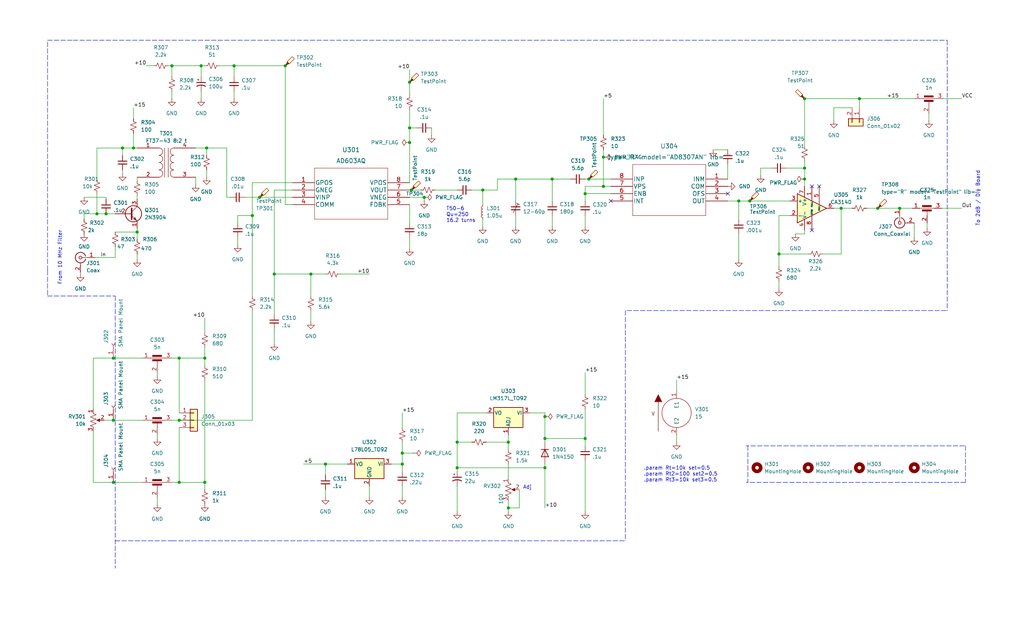
<source format=kicad_sch>
(kicad_sch (version 20211123) (generator eeschema)
  (paper "USLegal")
  (title_block (title "Spectrum Analyzer IF and Log Amp") (date "2022-07-18") (rev "1.0") (company "Andy McCann KA3KAF and Doug McCann KA3KAG") (comment 2 "Wes Hayward W7ZOI") (comment 3 "Original Design By:"))
  (junction (at 279.4 62.23))
  (junction (at 39.37 124.46))
  (junction (at 209.55 64.77))
  (junction (at 191.77 62.23))
  (junction (at 62.23 146.05))
  (junction (at 209.55 54.61))
  (junction (at 189.23 152.4))
  (junction (at 142.24 49.53))
  (junction (at 59.69 22.86))
  (junction (at 260.35 69.85))
  (junction (at 71.12 167.64))
  (junction (at 107.95 95.25))
  (junction (at 176.53 153.67))
  (junction (at 71.12 124.46))
  (junction (at 69.85 22.86))
  (junction (at 95.25 95.25))
  (junction (at 142.24 28.575))
  (junction (at 62.23 124.46))
  (junction (at 46.355 51.435))
  (junction (at 203.2 152.4))
  (junction (at 71.755 51.435))
  (junction (at 39.37 167.64))
  (junction (at 36.83 74.295))
  (junction (at 179.07 62.23))
  (junction (at 279.4 34.29))
  (junction (at 42.545 51.435))
  (junction (at 62.23 167.64))
  (junction (at 47.625 80.645))
  (junction (at 139.7 161.29))
  (junction (at 142.24 44.45))
  (junction (at 33.655 74.295))
  (junction (at 147.32 68.58))
  (junction (at 139.7 157.48))
  (junction (at 176.53 176.53))
  (junction (at 203.2 67.31))
  (junction (at 270.51 88.265))
  (junction (at 167.64 66.04))
  (junction (at 113.03 161.29))
  (junction (at 158.75 153.67))
  (junction (at 189.23 144.78))
  (junction (at 81.28 22.86))
  (junction (at 189.23 162.56))
  (junction (at 204.47 62.23))
  (junction (at 158.75 162.56))
  (junction (at 39.37 146.05))
  (junction (at 298.45 34.29))
  (junction (at 312.42 72.39))
  (junction (at 256.54 69.85))
  (junction (at 304.8 72.39))
  (junction (at 279.4 58.42))
  (junction (at 99.06 22.86))
  (junction (at 292.1 72.39))
  (junction (at 90.17 68.58))
  (junction (at 87.63 74.93))
  (junction (at 142.875 66.04))
  (no_connect (at 252.73 67.31))
  (no_connect (at 284.48 64.77))
  (no_connect (at 281.94 64.77))
  (no_connect (at 281.94 80.01))
  (no_connect (at 212.09 69.85))
  (wire (pts (xy 295.91 37.465) (xy 289.56 37.465)))
  (wire (pts (xy 142.24 44.45) (xy 142.24 49.53)))
  (wire (pts (xy 82.55 77.47) (xy 82.55 74.93)))
  (wire (pts (xy 176.53 156.21) (xy 176.53 153.67)))
  (wire (pts (xy 71.755 51.435) (xy 67.945 51.435)))
  (wire (pts (xy 113.03 165.1) (xy 113.03 161.29)))
  (wire (pts (xy 142.24 66.04) (xy 142.875 66.04)))
  (wire (pts (xy 212.09 64.77) (xy 209.55 64.77)))
  (wire (pts (xy 62.23 148.59) (xy 62.23 167.64)))
  (wire (pts (xy 209.55 34.29) (xy 209.55 46.99)))
  (wire (pts (xy 107.95 95.25) (xy 95.25 95.25)))
  (wire (pts (xy 176.53 176.53) (xy 176.53 173.99)))
  (wire (pts (xy 142.24 71.12) (xy 142.24 77.47)))
  (wire (pts (xy 158.75 162.56) (xy 158.75 163.83)))
  (polyline (pts (xy 16.51 102.87) (xy 25.4 102.87)))
  (wire (pts (xy 176.53 153.67) (xy 176.53 151.13)))
  (wire (pts (xy 176.53 177.8) (xy 176.53 176.53)))
  (wire (pts (xy 168.91 143.51) (xy 158.75 143.51)))
  (wire (pts (xy 62.23 124.46) (xy 71.12 124.46)))
  (wire (pts (xy 203.2 142.24) (xy 203.2 152.4)))
  (wire (pts (xy 107.95 107.95) (xy 107.95 111.76)))
  (wire (pts (xy 279.4 34.29) (xy 298.45 34.29)))
  (wire (pts (xy 312.42 72.39) (xy 316.865 72.39)))
  (wire (pts (xy 189.23 144.78) (xy 189.23 152.4)))
  (wire (pts (xy 279.4 34.29) (xy 279.4 50.8)))
  (wire (pts (xy 59.69 34.29) (xy 59.69 31.75)))
  (polyline (pts (xy 308.61 107.95) (xy 217.17 107.95)))
  (wire (pts (xy 87.63 107.95) (xy 87.63 146.05)))
  (wire (pts (xy 113.03 161.29) (xy 120.65 161.29)))
  (wire (pts (xy 71.12 22.86) (xy 69.85 22.86)))
  (wire (pts (xy 29.21 74.295) (xy 33.655 74.295)))
  (polyline (pts (xy 16.51 93.98) (xy 16.51 13.97)))
  (wire (pts (xy 264.16 58.42) (xy 267.97 58.42)))
  (wire (pts (xy 179.07 62.23) (xy 191.77 62.23)))
  (wire (pts (xy 101.6 71.12) (xy 99.06 71.12)))
  (wire (pts (xy 42.545 59.055) (xy 42.545 60.325)))
  (wire (pts (xy 172.72 62.23) (xy 179.07 62.23)))
  (wire (pts (xy 47.625 61.595) (xy 47.625 62.865)))
  (polyline (pts (xy 16.51 93.98) (xy 16.51 102.87)))
  (wire (pts (xy 252.73 69.85) (xy 256.54 69.85)))
  (wire (pts (xy 69.85 26.67) (xy 69.85 22.86)))
  (wire (pts (xy 82.55 74.93) (xy 87.63 74.93)))
  (wire (pts (xy 274.32 74.93) (xy 270.51 74.93)))
  (polyline (pts (xy 328.93 13.97) (xy 328.93 107.95)))
  (wire (pts (xy 71.12 124.46) (xy 71.12 120.65)))
  (wire (pts (xy 279.4 58.42) (xy 279.4 55.88)))
  (wire (pts (xy 33.655 67.31) (xy 33.655 74.295)))
  (wire (pts (xy 139.7 161.29) (xy 139.7 157.48)))
  (wire (pts (xy 279.4 62.23) (xy 279.4 58.42)))
  (wire (pts (xy 273.05 58.42) (xy 279.4 58.42)))
  (wire (pts (xy 279.4 80.01) (xy 279.4 81.28)))
  (wire (pts (xy 209.55 52.07) (xy 209.55 54.61)))
  (wire (pts (xy 85.09 68.58) (xy 90.17 68.58)))
  (wire (pts (xy 300.99 72.39) (xy 304.8 72.39)))
  (wire (pts (xy 40.005 74.295) (xy 36.83 74.295)))
  (wire (pts (xy 260.35 69.85) (xy 274.32 69.85)))
  (wire (pts (xy 107.95 102.87) (xy 107.95 95.25)))
  (wire (pts (xy 36.83 68.58) (xy 36.83 69.215)))
  (polyline (pts (xy 25.4 13.97) (xy 270.51 13.97)))
  (wire (pts (xy 62.23 167.64) (xy 71.12 167.64)))
  (wire (pts (xy 32.385 124.46) (xy 32.385 142.24)))
  (wire (pts (xy 167.64 78.74) (xy 167.64 76.2)))
  (wire (pts (xy 292.1 72.39) (xy 289.56 72.39)))
  (wire (pts (xy 87.63 63.5) (xy 101.6 63.5)))
  (wire (pts (xy 143.51 157.48) (xy 139.7 157.48)))
  (wire (pts (xy 321.945 77.47) (xy 321.945 79.375)))
  (wire (pts (xy 139.7 157.48) (xy 139.7 153.67)))
  (wire (pts (xy 270.51 88.265) (xy 270.51 92.71)))
  (wire (pts (xy 71.12 132.08) (xy 71.12 167.64)))
  (wire (pts (xy 191.77 74.93) (xy 191.77 78.74)))
  (wire (pts (xy 144.78 44.45) (xy 142.24 44.45)))
  (wire (pts (xy 298.45 37.465) (xy 298.45 34.29)))
  (polyline (pts (xy 307.975 13.97) (xy 328.93 13.97)))
  (wire (pts (xy 252.73 62.23) (xy 252.73 57.15)))
  (polyline (pts (xy 25.4 102.87) (xy 40.005 102.87)))
  (wire (pts (xy 95.25 95.25) (xy 95.25 109.22)))
  (wire (pts (xy 203.2 64.77) (xy 203.2 67.31)))
  (wire (pts (xy 203.2 129.54) (xy 203.2 137.16)))
  (wire (pts (xy 32.385 167.64) (xy 39.37 167.64)))
  (wire (pts (xy 203.2 152.4) (xy 189.23 152.4)))
  (polyline (pts (xy 59.69 187.96) (xy 217.17 187.96)))
  (wire (pts (xy 71.12 124.46) (xy 71.12 127)))
  (wire (pts (xy 139.7 148.59) (xy 139.7 143.51)))
  (wire (pts (xy 295.91 72.39) (xy 292.1 72.39)))
  (wire (pts (xy 142.24 68.58) (xy 147.32 68.58)))
  (wire (pts (xy 69.85 34.29) (xy 69.85 31.75)))
  (wire (pts (xy 203.2 67.31) (xy 203.2 69.85)))
  (wire (pts (xy 142.24 28.575) (xy 142.24 24.13)))
  (wire (pts (xy 59.69 26.67) (xy 59.69 22.86)))
  (wire (pts (xy 99.06 22.86) (xy 81.28 22.86)))
  (wire (pts (xy 142.875 66.04) (xy 146.05 66.04)))
  (wire (pts (xy 191.77 62.23) (xy 198.12 62.23)))
  (wire (pts (xy 163.83 153.67) (xy 158.75 153.67)))
  (wire (pts (xy 33.655 74.295) (xy 36.83 74.295)))
  (wire (pts (xy 163.83 66.04) (xy 167.64 66.04)))
  (wire (pts (xy 142.24 33.02) (xy 142.24 28.575)))
  (wire (pts (xy 203.2 62.23) (xy 204.47 62.23)))
  (wire (pts (xy 289.56 37.465) (xy 289.56 41.91)))
  (wire (pts (xy 105.41 161.29) (xy 113.03 161.29)))
  (wire (pts (xy 234.95 132.08) (xy 234.95 135.89)))
  (wire (pts (xy 99.06 22.86) (xy 99.06 71.12)))
  (wire (pts (xy 62.23 146.05) (xy 87.63 146.05)))
  (wire (pts (xy 59.69 167.64) (xy 62.23 167.64)))
  (wire (pts (xy 279.4 64.77) (xy 279.4 62.23)))
  (wire (pts (xy 212.09 67.31) (xy 203.2 67.31)))
  (wire (pts (xy 189.23 162.56) (xy 189.23 161.29)))
  (wire (pts (xy 87.63 74.93) (xy 87.63 63.5)))
  (wire (pts (xy 33.655 51.435) (xy 33.655 62.23)))
  (wire (pts (xy 113.03 95.25) (xy 107.95 95.25)))
  (wire (pts (xy 189.23 143.51) (xy 189.23 144.78)))
  (wire (pts (xy 71.12 167.64) (xy 71.12 170.18)))
  (wire (pts (xy 298.45 34.29) (xy 317.5 34.29)))
  (wire (pts (xy 46.355 41.275) (xy 46.355 37.465)))
  (polyline (pts (xy 292.1 154.94) (xy 335.28 154.94)))
  (wire (pts (xy 189.23 152.4) (xy 189.23 153.67)))
  (wire (pts (xy 180.34 176.53) (xy 176.53 176.53)))
  (wire (pts (xy 149.86 44.45) (xy 149.86 46.99)))
  (polyline (pts (xy 16.51 13.97) (xy 25.4 13.97)))
  (wire (pts (xy 54.61 130.81) (xy 54.61 129.54)))
  (wire (pts (xy 327.025 72.39) (xy 334.01 72.39)))
  (wire (pts (xy 78.74 68.58) (xy 78.74 51.435)))
  (wire (pts (xy 334.01 34.29) (xy 327.66 34.29)))
  (wire (pts (xy 158.75 162.56) (xy 189.23 162.56)))
  (wire (pts (xy 189.23 162.56) (xy 189.23 176.53)))
  (wire (pts (xy 256.54 76.2) (xy 256.54 69.85)))
  (polyline (pts (xy 40.005 102.87) (xy 40.005 197.485)))
  (wire (pts (xy 33.655 51.435) (xy 42.545 51.435)))
  (wire (pts (xy 80.01 68.58) (xy 78.74 68.58)))
  (wire (pts (xy 128.27 168.91) (xy 128.27 172.72)))
  (wire (pts (xy 81.28 22.86) (xy 81.28 26.67)))
  (wire (pts (xy 71.12 115.57) (xy 71.12 110.49)))
  (wire (pts (xy 203.2 177.8) (xy 203.2 160.02)))
  (wire (pts (xy 62.23 143.51) (xy 62.23 124.46)))
  (wire (pts (xy 95.25 119.38) (xy 95.25 114.3)))
  (wire (pts (xy 179.07 69.85) (xy 179.07 62.23)))
  (wire (pts (xy 39.37 167.64) (xy 49.53 167.64)))
  (wire (pts (xy 32.385 149.86) (xy 32.385 167.64)))
  (wire (pts (xy 203.2 154.94) (xy 203.2 152.4)))
  (wire (pts (xy 172.72 66.04) (xy 172.72 62.23)))
  (wire (pts (xy 27.94 94.615) (xy 27.94 95.25)))
  (wire (pts (xy 118.11 95.25) (xy 128.27 95.25)))
  (wire (pts (xy 139.7 163.83) (xy 139.7 161.29)))
  (wire (pts (xy 59.69 22.86) (xy 69.85 22.86)))
  (polyline (pts (xy 335.28 167.64) (xy 259.08 167.64)))
  (polyline (pts (xy 217.17 107.95) (xy 217.17 187.96)))
  (wire (pts (xy 46.355 46.355) (xy 46.355 51.435)))
  (wire (pts (xy 285.75 88.265) (xy 292.1 88.265)))
  (wire (pts (xy 158.75 143.51) (xy 158.75 153.67)))
  (wire (pts (xy 54.61 175.26) (xy 54.61 172.72)))
  (wire (pts (xy 139.7 168.91) (xy 139.7 172.72)))
  (wire (pts (xy 67.945 61.595) (xy 67.945 64.135)))
  (wire (pts (xy 47.625 69.215) (xy 47.625 67.945)))
  (polyline (pts (xy 335.28 154.94) (xy 335.28 167.64)))
  (wire (pts (xy 33.02 89.535) (xy 40.005 89.535)))
  (wire (pts (xy 322.58 41.91) (xy 322.58 39.37)))
  (polyline (pts (xy 308.61 107.95) (xy 328.93 107.95)))
  (wire (pts (xy 46.355 51.435) (xy 47.625 51.435)))
  (polyline (pts (xy 40.005 187.96) (xy 60.325 187.96)))
  (wire (pts (xy 209.55 54.61) (xy 209.55 64.77)))
  (polyline (pts (xy 270.51 13.97) (xy 308.61 13.97)))
  (wire (pts (xy 209.55 64.77) (xy 203.2 64.77)))
  (wire (pts (xy 71.755 51.435) (xy 71.755 53.975)))
  (wire (pts (xy 135.89 161.29) (xy 139.7 161.29)))
  (wire (pts (xy 40.005 85.725) (xy 40.005 89.535)))
  (wire (pts (xy 54.61 152.4) (xy 54.61 151.13)))
  (wire (pts (xy 179.07 74.93) (xy 179.07 78.74)))
  (wire (pts (xy 292.1 72.39) (xy 292.1 88.265)))
  (wire (pts (xy 142.24 44.45) (xy 142.24 38.1)))
  (wire (pts (xy 47.625 88.265) (xy 47.625 90.17)))
  (wire (pts (xy 113.03 172.72) (xy 113.03 170.18)))
  (wire (pts (xy 184.15 143.51) (xy 189.23 143.51)))
  (wire (pts (xy 167.64 71.12) (xy 167.64 66.04)))
  (wire (pts (xy 264.16 58.42) (xy 264.16 60.96)))
  (wire (pts (xy 270.51 74.93) (xy 270.51 88.265)))
  (wire (pts (xy 147.32 68.58) (xy 147.32 69.85)))
  (wire (pts (xy 53.34 22.86) (xy 50.8 22.86)))
  (wire (pts (xy 59.69 124.46) (xy 62.23 124.46)))
  (wire (pts (xy 280.67 88.265) (xy 270.51 88.265)))
  (wire (pts (xy 36.195 146.05) (xy 39.37 146.05)))
  (wire (pts (xy 151.13 66.04) (xy 158.75 66.04)))
  (wire (pts (xy 167.64 66.04) (xy 172.72 66.04)))
  (wire (pts (xy 71.755 61.595) (xy 71.755 59.055)))
  (wire (pts (xy 191.77 69.85) (xy 191.77 62.23)))
  (wire (pts (xy 204.47 62.23) (xy 212.09 62.23)))
  (wire (pts (xy 29.21 74.295) (xy 29.21 76.2)))
  (wire (pts (xy 158.75 177.8) (xy 158.75 168.91)))
  (wire (pts (xy 47.625 79.375) (xy 47.625 80.645)))
  (wire (pts (xy 176.53 161.29) (xy 176.53 166.37)))
  (wire (pts (xy 142.24 49.53) (xy 142.24 63.5)))
  (wire (pts (xy 142.24 82.55) (xy 142.24 86.36)))
  (wire (pts (xy 82.55 82.55) (xy 82.55 85.09)))
  (wire (pts (xy 42.545 53.975) (xy 42.545 51.435)))
  (wire (pts (xy 252.73 52.07) (xy 247.65 52.07)))
  (wire (pts (xy 47.625 80.645) (xy 40.005 80.645)))
  (wire (pts (xy 39.37 146.05) (xy 49.53 146.05)))
  (wire (pts (xy 180.34 170.18) (xy 180.34 176.53)))
  (wire (pts (xy 256.54 69.85) (xy 260.35 69.85)))
  (wire (pts (xy 317.5 77.47) (xy 317.5 82.55)))
  (wire (pts (xy 203.2 78.74) (xy 203.2 74.93)))
  (wire (pts (xy 279.4 81.28) (xy 276.225 81.28)))
  (wire (pts (xy 158.75 153.67) (xy 158.75 162.56)))
  (wire (pts (xy 95.25 66.04) (xy 95.25 95.25)))
  (wire (pts (xy 87.63 74.93) (xy 87.63 102.87)))
  (wire (pts (xy 78.74 51.435) (xy 71.755 51.435)))
  (wire (pts (xy 59.69 22.86) (xy 58.42 22.86)))
  (wire (pts (xy 168.91 153.67) (xy 176.53 153.67)))
  (wire (pts (xy 81.28 31.75) (xy 81.28 34.29)))
  (wire (pts (xy 234.95 151.13) (xy 234.95 153.67)))
  (polyline (pts (xy 292.1 154.94) (xy 259.08 154.94)))
  (wire (pts (xy 81.28 22.86) (xy 76.2 22.86)))
  (wire (pts (xy 59.69 146.05) (xy 62.23 146.05)))
  (wire (pts (xy 42.545 51.435) (xy 46.355 51.435)))
  (wire (pts (xy 39.37 124.46) (xy 49.53 124.46)))
  (wire (pts (xy 270.51 100.33) (xy 270.51 97.79)))
  (wire (pts (xy 29.21 68.58) (xy 36.83 68.58)))
  (wire (pts (xy 95.25 66.04) (xy 101.6 66.04)))
  (wire (pts (xy 90.17 68.58) (xy 101.6 68.58)))
  (wire (pts (xy 32.385 124.46) (xy 39.37 124.46)))
  (wire (pts (xy 304.8 72.39) (xy 312.42 72.39)))
  (wire (pts (xy 47.625 80.645) (xy 47.625 83.185)))
  (wire (pts (xy 256.54 81.28) (xy 256.54 90.17)))
  (polyline (pts (xy 259.715 154.94) (xy 259.715 167.64)))
  (text "T50-6\nQu=250\n16.2 turns" (at 154.94 77.47 0) (effects (font (size 1.27 1.27)) (justify left bottom)))
  (text "Adj" (at 181.61 170.18 0) (effects (font (size 1.27 1.27)) (justify left bottom)))
  (text "From 10 MHz Filter" (at 21.59 99.06 90) (effects (font (size 1.27 1.27)) (justify left bottom)))
  (text "To 2dB / Div Board" (at 340.36 78.74 90) (effects (font (size 1.27 1.27)) (justify left bottom)))
  (text ".param Rt=10k set=0.5\n.param Rt2=100 set2=0.5\n.param Rt3=10k set3=0.5" (at 223.52 167.64 0) (effects (font (size 1.27 1.27)) (justify left bottom)))
  (label "+15" (at 46.355 37.465 0))
  (label "+15" (at 234.95 132.08 0))
  (label "+15" (at 203.2 129.54 0))
  (label "Out" (at 334.01 72.39 0))
  (label "+10" (at 50.8 22.86 180))
  (label "+15" (at 307.975 34.29 0))
  (label "+5" (at 105.41 161.29 0))
  (label "+10" (at 189.23 176.53 0))
  (label "+10" (at 128.27 95.25 180))
  (label "VCC" (at 334.01 34.29 0))
  (label "+5" (at 209.55 34.29 0))
  (label "In" (at 36.83 89.535 180))
  (label "+10" (at 71.12 110.49 180))
  (label "+15" (at 139.7 143.51 0))
  (label "+10" (at 142.24 24.13 180))
  (symbol (lib_id "Mechanical:MountingHole") (at 298.45 162.56 0) (unit 1)
    (property "Reference" "H303" (at 300.99 161.2899 0) (effects (justify left)))
    (property "Value" "MountingHole" (at 300.99 163.8299 0) (effects (justify left)))
    (property "Footprint" "MountingHole:MountingHole_3.2mm_M3" (effects hide))
  )
  (symbol (lib_id "power:GND") (at 69.85 34.29 0) (unit 1)
    (property "Reference" "#PWR0311" (effects hide))
    (property "Value" "GND" (at 69.85 39.37 0))
  )
  (symbol (lib_id "Device:R_Small_US") (at 47.625 85.725 0) (unit 1)
    (property "Reference" "R306" (at 49.53 83.185 0) (effects (justify left)))
    (property "Value" "470" (at 48.895 86.36 0) (effects (justify left)))
    (property "Footprint" "Resistor_THT:R_Axial_DIN0207_L6.3mm_D2.5mm_P7.62mm_Horizontal" (effects hide))
    (property "Datasheet" "https://www.yageo.com/upload/media/product/productsearch/datasheet/lr/YAGEO%20CFR_datasheet_2021v0.pdf" (effects hide))
  )
  (symbol (lib_id "Device:Transformer_1P_1S") (at 57.785 56.515 0) (unit 1)
    (property "Reference" "T301" (at 57.7977 46.355 0))
    (property "Value" "FT37-43 8:2 t" (at 57.7977 48.895 0))
    (property "Footprint" "Transformer_THT:Transformer_Toroid_Horizontal_D14.0mm_Amidon-T50" (effects hide))
  )
  (symbol (lib_id "Device:R_Small_US") (at 29.21 78.74 0) (unit 1)
    (property "Reference" "R302" (at 31.115 77.47 0) (effects (justify left)))
    (property "Value" "2k" (at 30.48 80.01 0) (effects (justify left)))
    (property "Footprint" "Resistor_THT:R_Axial_DIN0207_L6.3mm_D2.5mm_P7.62mm_Horizontal" (effects hide))
    (property "Datasheet" "https://www.yageo.com/upload/media/product/productsearch/datasheet/lr/YAGEO%20CFR_datasheet_2021v0.pdf" (effects hide))
  )
  (symbol (lib_id "Device:R_Potentiometer_US") (at 176.53 170.18 0) (unit 1)
    (property "Reference" "RV302" (at 173.99 168.9099 0) (effects (justify right)))
    (property "Value" "100" (at 173.99 171.4499 90) (effects (justify right)))
    (property "Footprint" "if-log-amp:Potentiometer_Bourns_3386G_Vertical" (effects hide))
    (property "Datasheet" "https://www.bourns.com/docs/Product-Datasheets/3386.pdf" (effects hide))
    (property "Spice_Primitive" "X" (effects hide))
    (property "Spice_Model" "pot_lin2" (effects hide))
    (property "Spice_Netlist_Enabled" "Y" (effects hide))
    (property "Spice_Lib_File" "if-log-amp-spice\\Pot2.lib" (effects hide))
  )
  (symbol (lib_id "Amplifier_Operational:CA3140") (at 281.94 72.39 0) (unit 1)
    (property "Reference" "U305" (at 292.1 67.691 0))
    (property "Value" "CA3140" (at 292.1 70.231 0))
    (property "Footprint" "if-log-amp:CA3140EZ" (effects hide))
    (property "Datasheet" "https://www.renesas.com/us/en/document/dst/ca3140-ca3140a-datasheet" (effects hide))
    (property "Spice_Primitive" "X" (effects hide))
    (property "Spice_Model" "ca3140" (effects hide))
    (property "Spice_Netlist_Enabled" "Y" (effects hide))
    (property "Spice_Lib_File" "if-log-amp-spice\\ca3140.sub" (effects hide))
  )
  (symbol (lib_id "power:GND") (at 191.77 78.74 0) (unit 1)
    (property "Reference" "#PWR0328" (effects hide))
    (property "Value" "GND" (at 191.77 83.82 0))
  )
  (symbol (lib_id "Device:R_Small_US") (at 59.69 29.21 0) (unit 1)
    (property "Reference" "R308" (at 62.23 27.9399 0) (effects (justify left)))
    (property "Value" "2.2k" (at 62.23 30.4799 0) (effects (justify left)))
    (property "Footprint" "Resistor_THT:R_Axial_DIN0207_L6.3mm_D2.5mm_P7.62mm_Horizontal" (effects hide))
    (property "Datasheet" "https://www.yageo.com/upload/media/product/productsearch/datasheet/lr/YAGEO%20CFR_datasheet_2021v0.pdf" (effects hide))
  )
  (symbol (lib_id "power:GND") (at 317.5 82.55 0) (unit 1)
    (property "Reference" "#PWR0339" (effects hide))
    (property "Value" "GND" (at 317.5 87.63 0))
  )
  (symbol (lib_id "Connector:TestPoint_Probe") (at 142.24 28.575 0) (unit 1)
    (property "Reference" "TP303" (at 146.05 25.7174 0) (effects (justify left)))
    (property "Value" "TestPoint" (at 146.05 28.2574 0) (effects (justify left)))
    (property "Footprint" "TestPoint:TestPoint_Pad_1.0x1.0mm" (effects hide))
    (property "Spice_Netlist_Enabled" "N" (effects hide))
  )
  (symbol (lib_id "Device:C_Small") (at 270.51 58.42 90) (unit 1)
    (property "Reference" "C324" (at 270.5163 52.07 90))
    (property "Value" ".1u" (at 270.5163 54.61 90))
    (property "Footprint" "Capacitor_THT:C_Disc_D5.0mm_W2.5mm_P5.00mm" (effects hide))
    (property "Datasheet" "https://connect.kemet.com:7667/gateway/IntelliData-ComponentDocumentation/1.0/download/datasheet/C315C104M5U5TA" (effects hide))
  )
  (symbol (lib_id "Device:R_Small_US") (at 55.88 22.86 90) (unit 1)
    (property "Reference" "R307" (at 55.88 16.51 90))
    (property "Value" "2.2k" (at 55.88 19.05 90))
    (property "Footprint" "Resistor_THT:R_Axial_DIN0207_L6.3mm_D2.5mm_P7.62mm_Horizontal" (effects hide))
    (property "Datasheet" "https://www.yageo.com/upload/media/product/productsearch/datasheet/lr/YAGEO%20CFR_datasheet_2021v0.pdf" (effects hide))
  )
  (symbol (lib_id "power:GND") (at 252.73 64.77 90) (unit 1)
    (property "Reference" "#PWR0333" (effects hide))
    (property "Value" "GND" (at 256.54 64.7699 90) (effects (justify right)))
  )
  (symbol (lib_id "Device:C_Small") (at 256.54 78.74 0) (unit 1)
    (property "Reference" "C323" (at 259.08 77.4762 0) (effects (justify left)))
    (property "Value" ".001u" (at 259.08 80.0162 0) (effects (justify left)))
    (property "Footprint" "Capacitor_THT:CP_Radial_D5.0mm_P2.50mm" (effects hide))
    (property "Datasheet" "https://content.kemet.com/datasheets/KEM_C1049_GOLDMAX_C0G.pdf" (effects hide))
  )
  (symbol (lib_id "Device:C_Small") (at 203.2 157.48 0) (unit 1)
    (property "Reference" "C321" (at 205.74 156.2162 0) (effects (justify left)))
    (property "Value" ".1u" (at 205.74 158.7562 0) (effects (justify left)))
    (property "Footprint" "Capacitor_THT:C_Disc_D5.0mm_W2.5mm_P5.00mm" (effects hide))
    (property "Datasheet" "https://connect.kemet.com:7667/gateway/IntelliData-ComponentDocumentation/1.0/download/datasheet/C315C104M5U5TA" (effects hide))
  )
  (symbol (lib_id "Device:R_Small_US") (at 283.21 88.265 270) (unit 1)
    (property "Reference" "R326" (at 283.21 90.805 90))
    (property "Value" "2.2k" (at 283.21 93.345 90))
    (property "Footprint" "Resistor_THT:R_Axial_DIN0207_L6.3mm_D2.5mm_P7.62mm_Horizontal" (effects hide))
    (property "Datasheet" "https://www.yageo.com/upload/media/product/productsearch/datasheet/lr/YAGEO%20CFR_datasheet_2021v0.pdf" (effects hide))
  )
  (symbol (lib_id "Device:C_Feedthrough") (at 54.61 148.59 0) (unit 1) (on_board no)
    (property "Reference" "C304" (at 54.61 139.7 0))
    (property "Value" "5n" (at 54.61 142.24 0))
    (property "Footprint" "if-log-amp:DSS1NB32A102Q91A" (effects hide))
    (property "Datasheet" "https://www.mouser.com/datasheet/2/281/ENFF0031-1774179.pdf" (effects hide))
  )
  (symbol (lib_id "power:GND") (at 81.28 34.29 0) (unit 1)
    (property "Reference" "#PWR0314" (effects hide))
    (property "Value" "GND" (at 81.28 39.37 0))
  )
  (symbol (lib_id "Device:C_Small") (at 203.2 72.39 0) (unit 1)
    (property "Reference" "C320" (at 205.74 71.1262 0) (effects (justify left)))
    (property "Value" ".1u" (at 205.74 73.6662 0) (effects (justify left)))
    (property "Footprint" "Capacitor_THT:C_Disc_D5.0mm_W2.5mm_P5.00mm" (effects hide))
    (property "Datasheet" "https://connect.kemet.com:7667/gateway/IntelliData-ComponentDocumentation/1.0/download/datasheet/C315C104M5U5TA" (effects hide))
  )
  (symbol (lib_id "power:GND") (at 149.86 46.99 0) (mirror y) (unit 1)
    (property "Reference" "#PWR0323" (effects hide))
    (property "Value" "GND" (at 149.86 52.07 0))
  )
  (symbol (lib_id "Connector:Conn_Coaxial") (at 312.42 77.47 90) (mirror x) (unit 1)
    (property "Reference" "J307" (at 309.88 78.74 90) (effects (justify left)))
    (property "Value" "Conn_Coaxial" (at 316.23 81.28 90) (effects (justify left)))
    (property "Footprint" "Connector_Wire:SolderWire-0.5sqmm_1x02_P4.6mm_D0.9mm_OD2.1mm" (effects hide))
    (property "Spice_Primitive" "J" (effects hide))
    (property "Spice_Model" "Conn_Coaxial" (effects hide))
    (property "Spice_Netlist_Enabled" "N" (effects hide))
  )
  (symbol (lib_id "Connector:Conn_01x01_Female") (at 39.37 140.97 270) (mirror x) (unit 1) (on_board no)
    (property "Reference" "J303" (at 36.83 140.97 0) (effects (justify left)))
    (property "Value" "SMA Panel Mount" (at 41.91 142.24 0) (effects (justify left)))
    (property "Spice_Primitive" "J" (effects hide))
    (property "Spice_Model" "SMA Panel Mount" (effects hide))
    (property "Spice_Netlist_Enabled" "N" (effects hide))
  )
  (symbol (lib_id "Device:R_Small_US") (at 139.7 151.13 0) (unit 1)
    (property "Reference" "R317" (at 142.24 149.8599 0) (effects (justify left)))
    (property "Value" "10" (at 142.24 152.3999 0) (effects (justify left)))
    (property "Footprint" "Resistor_THT:R_Axial_DIN0207_L6.3mm_D2.5mm_P7.62mm_Horizontal" (effects hide))
    (property "Datasheet" "https://www.yageo.com/upload/media/product/productsearch/datasheet/lr/YAGEO%20CFR_datasheet_2021v0.pdf" (effects hide))
  )
  (symbol (lib_id "power:GND") (at 270.51 100.33 0) (unit 1)
    (property "Reference" "#PWR0336" (effects hide))
    (property "Value" "GND" (at 270.51 105.41 0))
  )
  (symbol (lib_id "Connector:Conn_01x01_Female") (at 39.37 119.38 270) (mirror x) (unit 1) (on_board no)
    (property "Reference" "J302" (at 36.83 119.38 0) (effects (justify left)))
    (property "Value" "SMA Panel Mount" (at 41.91 120.65 0) (effects (justify left)))
    (property "Spice_Primitive" "J" (effects hide))
    (property "Spice_Model" "SMA Panel Mount" (effects hide))
    (property "Spice_Netlist_Enabled" "N" (effects hide))
  )
  (symbol (lib_id "power:PWR_FLAG") (at 209.55 54.61 270) (unit 1)
    (property "Reference" "#FLG0305" (effects hide))
    (property "Value" "PWR_FLAG" (at 213.36 54.6099 90) (effects (justify left)))
  )
  (symbol (lib_id "power:GND") (at 71.12 175.26 0) (unit 1)
    (property "Reference" "#PWR0312" (effects hide))
    (property "Value" "GND" (at 71.12 180.34 0))
  )
  (symbol (lib_id "power:GND") (at 289.56 41.91 0) (unit 1)
    (property "Reference" "#PWR0338" (effects hide))
    (property "Value" "GND" (at 289.56 46.99 0))
  )
  (symbol (lib_id "power:GND") (at 167.64 78.74 0) (unit 1)
    (property "Reference" "#PWR0325" (effects hide))
    (property "Value" "GND" (at 167.64 83.82 0))
  )
  (symbol (lib_id "Device:R_Small_US") (at 40.005 83.185 0) (unit 1)
    (property "Reference" "R303" (at 41.91 83.185 0) (effects (justify left)))
    (property "Value" "47" (at 40.64 85.725 0) (effects (justify left)))
    (property "Footprint" "Resistor_THT:R_Axial_DIN0207_L6.3mm_D2.5mm_P7.62mm_Horizontal" (effects hide))
    (property "Datasheet" "https://www.yageo.com/upload/media/product/productsearch/datasheet/lr/YAGEO%20CFR_datasheet_2021v0.pdf" (effects hide))
  )
  (symbol (lib_id "power:GND") (at 203.2 78.74 0) (unit 1)
    (property "Reference" "#PWR0329" (effects hide))
    (property "Value" "GND" (at 203.2 83.82 0))
  )
  (symbol (lib_id "Connector_Generic:Conn_01x03") (at 67.31 146.05 0) (unit 1)
    (property "Reference" "J305" (at 69.85 144.7799 0) (effects (justify left)))
    (property "Value" "Conn_01x03" (at 69.85 147.3199 0) (effects (justify left)))
    (property "Footprint" "Connector_Wire:SolderWire-0.5sqmm_1x03_P4.6mm_D0.9mm_OD2.1mm" (effects hide))
  )
  (symbol (lib_id "power:GND") (at 29.21 81.28 0) (unit 1)
    (property "Reference" "#PWR0303" (effects hide))
    (property "Value" "GND" (at 29.21 85.725 0))
  )
  (symbol (lib_id "power:GND") (at 321.945 79.375 0) (unit 1)
    (property "Reference" "#PWR0340" (effects hide))
    (property "Value" "GND" (at 321.945 84.455 0))
  )
  (symbol (lib_id "Device:R_Small_US") (at 107.95 105.41 0) (unit 1)
    (property "Reference" "R315" (at 110.49 104.1399 0) (effects (justify left)))
    (property "Value" "5.6k" (at 110.49 106.6799 0) (effects (justify left)))
    (property "Footprint" "Resistor_THT:R_Axial_DIN0207_L6.3mm_D2.5mm_P7.62mm_Horizontal" (effects hide))
    (property "Datasheet" "https://www.yageo.com/upload/media/product/productsearch/datasheet/lr/YAGEO%20CFR_datasheet_2021v0.pdf" (effects hide))
  )
  (symbol (lib_id "Device:R_Small_US") (at 71.12 129.54 0) (unit 1)
    (property "Reference" "R310" (at 73.66 128.2699 0) (effects (justify left)))
    (property "Value" "510" (at 73.66 130.8099 0) (effects (justify left)))
    (property "Footprint" "Resistor_THT:R_Axial_DIN0207_L6.3mm_D2.5mm_P7.62mm_Horizontal" (effects hide))
    (property "Datasheet" "https://www.yageo.com/upload/media/product/productsearch/datasheet/lr/YAGEO%20CFR_datasheet_2021v0.pdf" (effects hide))
  )
  (symbol (lib_id "Device:C_Small") (at 139.7 166.37 0) (unit 1)
    (property "Reference" "C312" (at 142.24 165.1062 0) (effects (justify left)))
    (property "Value" ".22u" (at 142.24 167.6462 0) (effects (justify left)))
    (property "Footprint" "Capacitor_THT:C_Disc_D5.0mm_W2.5mm_P5.00mm" (effects hide))
    (property "Datasheet" "https://www.rubycon.co.jp/wp-content/uploads/catalog-aluminum/MS7.pdf" (effects hide))
  )
  (symbol (lib_id "Device:C_Small") (at 113.03 167.64 0) (unit 1)
    (property "Reference" "C311" (at 115.57 166.3762 0) (effects (justify left)))
    (property "Value" ".1u" (at 115.57 168.9162 0) (effects (justify left)))
    (property "Footprint" "Capacitor_THT:C_Disc_D5.0mm_W2.5mm_P5.00mm" (effects hide))
    (property "Datasheet" "https://connect.kemet.com:7667/gateway/IntelliData-ComponentDocumentation/1.0/download/datasheet/C315C104M5U5TA" (effects hide))
  )
  (symbol (lib_id "power:GND") (at 247.65 52.07 0) (unit 1)
    (property "Reference" "#PWR0332" (effects hide))
    (property "Value" "GND" (at 247.65 57.15 0))
  )
  (symbol (lib_id "power:GND") (at 276.225 81.28 0) (unit 1)
    (property "Reference" "#PWR0337" (effects hide))
    (property "Value" "GND" (at 276.225 86.36 0))
  )
  (symbol (lib_id "Device:C_Small") (at 82.55 80.01 0) (unit 1)
    (property "Reference" "C309" (at 85.09 78.7462 0) (effects (justify left)))
    (property "Value" ".1u" (at 85.09 81.2862 0) (effects (justify left)))
    (property "Footprint" "Capacitor_THT:C_Disc_D5.0mm_W2.5mm_P5.00mm" (effects hide))
    (property "Datasheet" "https://connect.kemet.com:7667/gateway/IntelliData-ComponentDocumentation/1.0/download/datasheet/C315C104M5U5TA" (effects hide))
  )
  (symbol (lib_id "Device:R_Potentiometer_US") (at 32.385 146.05 0) (unit 1) (on_board no)
    (property "Reference" "RV301" (at 29.845 144.7799 0) (effects (justify right)))
    (property "Value" "10k" (at 29.845 147.3199 0) (effects (justify right)))
    (property "Datasheet" "https://www.nteinc.com/pot_web/pdf/502-03xx_series.pdf" (effects hide))
    (property "Spice_Primitive" "X" (effects hide))
    (property "Spice_Model" "pot_alps_a" (effects hide))
    (property "Spice_Netlist_Enabled" "Y" (effects hide))
    (property "Spice_Lib_File" "if-log-amp-spice\\Pot.lib" (effects hide))
  )
  (symbol (lib_id "power:GND") (at 142.24 86.36 0) (unit 1)
    (property "Reference" "#PWR0321" (effects hide))
    (property "Value" "GND" (at 142.24 91.44 0))
  )
  (symbol (lib_id "Device:C_Small") (at 36.83 71.755 0) (unit 1)
    (property "Reference" "C301" (at 39.37 70.4912 0) (effects (justify left)))
    (property "Value" ".1u" (at 39.37 73.0312 0) (effects (justify left)))
    (property "Footprint" "Capacitor_THT:C_Disc_D5.0mm_W2.5mm_P5.00mm" (effects hide))
    (property "Datasheet" "https://connect.kemet.com:7667/gateway/IntelliData-ComponentDocumentation/1.0/download/datasheet/C315C104M5U5TA" (effects hide))
  )
  (symbol (lib_id "power:GND") (at 203.2 177.8 0) (unit 1)
    (property "Reference" "#PWR0330" (effects hide))
    (property "Value" "GND" (at 203.2 182.88 0))
  )
  (symbol (lib_id "Device:C_Polarized_Small_US") (at 69.85 29.21 0) (unit 1)
    (property "Reference" "C306" (at 72.39 27.5081 0) (effects (justify left)))
    (property "Value" "100u" (at 72.39 30.0481 0) (effects (justify left)))
    (property "Footprint" "Capacitor_THT:CP_Radial_D5.0mm_P2.50mm" (effects hide))
    (property "Datasheet" "https://www.cde.com/resources/catalogs/CKH_CKE.pdf" (effects hide))
  )
  (symbol (lib_id "Device:R_Small_US") (at 142.24 35.56 0) (mirror y) (unit 1)
    (property "Reference" "R318" (at 139.7 34.2899 0) (effects (justify left)))
    (property "Value" "10" (at 139.7 36.8299 0) (effects (justify left)))
    (property "Footprint" "Resistor_THT:R_Axial_DIN0207_L6.3mm_D2.5mm_P7.62mm_Horizontal" (effects hide))
    (property "Datasheet" "https://www.yageo.com/upload/media/product/productsearch/datasheet/lr/YAGEO%20CFR_datasheet_2021v0.pdf" (effects hide))
  )
  (symbol (lib_id "power:GND") (at 42.545 60.325 0) (unit 1)
    (property "Reference" "#PWR0304" (effects hide))
    (property "Value" "GND" (at 42.545 65.405 0))
  )
  (symbol (lib_id "power:PWR_FLAG") (at 189.23 144.78 270) (unit 1)
    (property "Reference" "#FLG0304" (effects hide))
    (property "Value" "PWR_FLAG" (at 193.04 144.7799 90) (effects (justify left)))
  )
  (symbol (lib_id "power:GND") (at 54.61 152.4 0) (unit 1)
    (property "Reference" "#PWR0307" (effects hide))
    (property "Value" "GND" (at 54.61 157.48 0))
  )
  (symbol (lib_id "Device:L_Small") (at 167.64 73.66 180) (unit 1)
    (property "Reference" "L301" (at 168.91 72.3899 0) (effects (justify right)))
    (property "Value" "1.05u" (at 168.91 74.9299 0) (effects (justify right)))
    (property "Footprint" "Inductor_THT:L_Toroid_Vertical_L13.0mm_W6.5mm_P5.60mm" (effects hide))
  )
  (symbol (lib_id "Connector:Conn_Coaxial") (at 27.94 89.535 0) (mirror y) (unit 1)
    (property "Reference" "J301" (at 32.385 91.44 0))
    (property "Value" "Coax" (at 32.385 93.98 0))
    (property "Footprint" "Connector_Wire:SolderWire-0.5sqmm_1x02_P4.6mm_D0.9mm_OD2.1mm" (effects hide))
    (property "Spice_Primitive" "J" (effects hide))
    (property "Spice_Model" "Conn_Coaxial" (effects hide))
    (property "Spice_Netlist_Enabled" "N" (effects hide))
  )
  (symbol (lib_id "power:GND") (at 158.75 177.8 0) (unit 1)
    (property "Reference" "#PWR0324" (effects hide))
    (property "Value" "GND" (at 158.75 182.88 0))
  )
  (symbol (lib_id "Device:C_Trim_Small") (at 179.07 72.39 0) (unit 1)
    (property "Reference" "C317" (at 181.61 70.9929 0) (effects (justify left)))
    (property "Value" "12-60p" (at 181.61 73.5329 0) (effects (justify left)))
    (property "Footprint" "if-log-amp:GKG60015" (effects hide))
    (property "Datasheet" "https://media.digikey.com/pdf/Data%20Sheets/EW%20Electronics-Edmar/GKGxx015_016_Series_DS.pdf" (effects hide))
  )
  (symbol (lib_id "power:GND") (at 71.755 61.595 0) (unit 1)
    (property "Reference" "#PWR0313" (effects hide))
    (property "Value" "GND" (at 71.755 66.675 0))
  )
  (symbol (lib_id "Connector:TestPoint_Probe") (at 99.06 22.86 0) (unit 1)
    (property "Reference" "TP302" (at 102.87 20.0024 0) (effects (justify left)))
    (property "Value" "TestPoint" (at 102.87 22.5424 0) (effects (justify left)))
    (property "Footprint" "TestPoint:TestPoint_Pad_1.0x1.0mm" (effects hide))
    (property "Spice_Netlist_Enabled" "N" (effects hide))
  )
  (symbol (lib_id "power:GND") (at 59.69 34.29 0) (unit 1)
    (property "Reference" "#PWR0309" (effects hide))
    (property "Value" "GND" (at 59.69 39.37 0))
  )
  (symbol (lib_id "Device:R_Small_US") (at 298.45 72.39 90) (unit 1)
    (property "Reference" "R327" (at 298.45 66.04 90))
    (property "Value" "1k" (at 298.45 68.58 90))
    (property "Footprint" "Resistor_THT:R_Axial_DIN0207_L6.3mm_D2.5mm_P7.62mm_Horizontal" (effects hide))
    (property "Datasheet" "https://www.yageo.com/upload/media/product/productsearch/datasheet/lr/YAGEO%20CFR_datasheet_2021v0.pdf" (effects hide))
  )
  (symbol (lib_id "Device:C_Feedthrough") (at 54.61 170.18 0) (unit 1) (on_board no)
    (property "Reference" "C305" (at 54.61 161.29 0))
    (property "Value" "5n" (at 54.61 163.83 0))
    (property "Footprint" "if-log-amp:DSS1NB32A102Q91A" (effects hide))
    (property "Datasheet" "https://www.mouser.com/datasheet/2/281/ENFF0031-1774179.pdf" (effects hide))
  )
  (symbol (lib_id "Device:C_Small") (at 200.66 62.23 90) (unit 1)
    (property "Reference" "C319" (at 200.6663 55.88 90))
    (property "Value" "5.6p" (at 200.6663 58.42 90))
    (property "Footprint" "Capacitor_THT:C_Disc_D5.0mm_W2.5mm_P5.00mm" (effects hide))
    (property "Datasheet" "https://connect.kemet.com:7667/gateway/IntelliData-ComponentDocumentation/1.0/download/datasheet/C317C569D5G5TA" (effects hide))
  )
  (symbol (lib_id "power:GND") (at 67.945 64.135 0) (unit 1)
    (property "Reference" "#PWR0310" (effects hide))
    (property "Value" "GND" (at 67.945 69.215 0))
  )
  (symbol (lib_id "pspice:VSOURCE") (at 234.95 143.51 0) (unit 1) (on_board no)
    (property "Reference" "V301" (at 241.3 142.2399 0) (effects (justify left)))
    (property "Value" "+15" (at 241.3 144.7799 0) (effects (justify left)))
    (property "Spice_Primitive" "V" (effects hide))
    (property "Spice_Model" "dc 15" (effects hide))
    (property "Spice_Netlist_Enabled" "Y" (effects hide))
  )
  (symbol (lib_id "power:GND") (at 47.625 90.17 0) (unit 1)
    (property "Reference" "#PWR0305" (effects hide))
    (property "Value" "GND" (at 47.625 95.25 0))
  )
  (symbol (lib_id "power:PWR_FLAG") (at 147.32 68.58 270) (unit 1)
    (property "Reference" "#FLG0303" (effects hide))
    (property "Value" "PWR_FLAG" (at 151.13 68.5799 90) (effects (justify left)))
  )
  (symbol (lib_id "Device:C_Feedthrough") (at 322.58 36.83 0) (unit 1) (on_board no)
    (property "Reference" "C326" (at 322.58 27.94 0))
    (property "Value" "1n" (at 322.58 30.48 0))
    (property "Footprint" "if-log-amp:DSS1NB32A102Q91A" (effects hide))
    (property "Datasheet" "https://www.mouser.com/datasheet/2/281/ENFF0031-1774179.pdf" (effects hide))
  )
  (symbol (lib_id "power:PWR_FLAG") (at 279.4 62.23 90) (unit 1)
    (property "Reference" "#FLG0306" (effects hide))
    (property "Value" "PWR_FLAG" (at 276.86 63.5 90) (effects (justify left)))
  )
  (symbol (lib_id "Device:C_Small") (at 252.73 54.61 0) (unit 1)
    (property "Reference" "C322" (at 255.27 53.3462 0) (effects (justify left)))
    (property "Value" ".1u" (at 255.27 55.8862 0) (effects (justify left)))
    (property "Footprint" "Capacitor_THT:C_Disc_D5.0mm_W2.5mm_P5.00mm" (effects hide))
    (property "Datasheet" "https://connect.kemet.com:7667/gateway/IntelliData-ComponentDocumentation/1.0/download/datasheet/C315C104M5U5TA" (effects hide))
  )
  (symbol (lib_id "power:PWR_FLAG") (at 142.24 49.53 90) (unit 1)
    (property "Reference" "#FLG0301" (effects hide))
    (property "Value" "PWR_FLAG" (at 138.43 49.5299 90) (effects (justify left)))
  )
  (symbol (lib_id "Connector_Generic:Conn_01x02") (at 298.45 42.545 270) (unit 1)
    (property "Reference" "J306" (at 300.99 41.2749 90) (effects (justify left)))
    (property "Value" "Conn_01x02" (at 300.99 43.8149 90) (effects (justify left)))
    (property "Footprint" "if-log-amp:691103110002" (effects hide))
    (property "Datasheet" "https://www.we-online.com/katalog/datasheet/691137710002.pdf" (effects hide))
  )
  (symbol (lib_id "power:GND") (at 113.03 172.72 0) (unit 1)
    (property "Reference" "#PWR0318" (effects hide))
    (property "Value" "GND" (at 113.03 177.8 0))
  )
  (symbol (lib_id "power:GND") (at 322.58 41.91 0) (unit 1)
    (property "Reference" "#PWR0341" (effects hide))
    (property "Value" "GND" (at 322.58 46.99 0))
  )
  (symbol (lib_id "power:GND") (at 234.95 153.67 0) (unit 1)
    (property "Reference" "#PWR0331" (effects hide))
    (property "Value" "GND" (at 234.95 158.75 0))
  )
  (symbol (lib_id "Device:R_Small_US") (at 46.355 43.815 0) (unit 1)
    (property "Reference" "R304" (at 48.895 42.5449 0) (effects (justify left)))
    (property "Value" "100" (at 48.895 45.0849 0) (effects (justify left)))
    (property "Footprint" "Resistor_THT:R_Axial_DIN0207_L6.3mm_D2.5mm_P7.62mm_Horizontal" (effects hide))
    (property "Datasheet" "https://www.yageo.com/upload/media/product/productsearch/datasheet/lr/YAGEO%20CFR_datasheet_2021v0.pdf" (effects hide))
  )
  (symbol (lib_id "Connector:TestPoint_Probe") (at 260.35 69.85 0) (unit 1)
    (property "Reference" "TP306" (at 260.35 71.755 0) (effects (justify left)))
    (property "Value" "TestPoint" (at 260.35 73.66 0) (effects (justify left)))
    (property "Footprint" "TestPoint:TestPoint_Pad_1.0x1.0mm" (effects hide))
    (property "Spice_Netlist_Enabled" "N" (effects hide))
  )
  (symbol (lib_id "Device:C_Small") (at 161.29 66.04 90) (unit 1)
    (property "Reference" "C316" (at 161.2963 59.69 90))
    (property "Value" "5.6p" (at 161.2963 62.23 90))
    (property "Footprint" "Capacitor_THT:C_Disc_D5.0mm_W2.5mm_P5.00mm" (effects hide))
    (property "Datasheet" "https://connect.kemet.com:7667/gateway/IntelliData-ComponentDocumentation/1.0/download/datasheet/C317C569D5G5TA" (effects hide))
  )
  (symbol (lib_id "power:GND") (at 95.25 119.38 0) (unit 1)
    (property "Reference" "#PWR0316" (effects hide))
    (property "Value" "GND" (at 95.25 124.46 0))
  )
  (symbol (lib_id "Device:R_Small_US") (at 209.55 49.53 0) (unit 1)
    (property "Reference" "R323" (at 212.09 48.2599 0) (effects (justify left)))
    (property "Value" "10" (at 212.09 50.7999 0) (effects (justify left)))
    (property "Footprint" "Resistor_THT:R_Axial_DIN0207_L6.3mm_D2.5mm_P7.62mm_Horizontal" (effects hide))
    (property "Datasheet" "https://www.yageo.com/upload/media/product/productsearch/datasheet/lr/YAGEO%20CFR_datasheet_2021v0.pdf" (effects hide))
  )
  (symbol (lib_id "Device:C_Small") (at 81.28 29.21 0) (unit 1)
    (property "Reference" "C307" (at 83.82 27.9462 0) (effects (justify left)))
    (property "Value" ".1u" (at 83.82 30.4862 0) (effects (justify left)))
    (property "Footprint" "Capacitor_THT:C_Disc_D5.0mm_W2.5mm_P5.00mm" (effects hide))
    (property "Datasheet" "https://connect.kemet.com:7667/gateway/IntelliData-ComponentDocumentation/1.0/download/datasheet/C315C104M5U5TA" (effects hide))
  )
  (symbol (lib_id "Device:R_Small_US") (at 71.12 172.72 0) (unit 1)
    (property "Reference" "R311" (at 73.66 171.4499 0) (effects (justify left)))
    (property "Value" "1k" (at 73.66 173.9899 0) (effects (justify left)))
    (property "Footprint" "Resistor_THT:R_Axial_DIN0207_L6.3mm_D2.5mm_P7.62mm_Horizontal" (effects hide))
    (property "Datasheet" "https://www.yageo.com/upload/media/product/productsearch/datasheet/lr/YAGEO%20CFR_datasheet_2021v0.pdf" (effects hide))
  )
  (symbol (lib_id "Device:R_Small_US") (at 270.51 95.25 0) (unit 1)
    (property "Reference" "R324" (at 273.05 93.9799 0) (effects (justify left)))
    (property "Value" "680" (at 273.05 96.5199 0) (effects (justify left)))
    (property "Footprint" "Resistor_THT:R_Axial_DIN0207_L6.3mm_D2.5mm_P7.62mm_Horizontal" (effects hide))
    (property "Datasheet" "https://www.yageo.com/upload/media/product/productsearch/datasheet/lr/YAGEO%20CFR_datasheet_2021v0.pdf" (effects hide))
  )
  (symbol (lib_id "power:GND") (at 29.21 68.58 0) (unit 1)
    (property "Reference" "#PWR0301" (effects hide))
    (property "Value" "GND" (at 29.21 73.66 0))
  )
  (symbol (lib_id "Device:C_Small") (at 95.25 111.76 0) (unit 1)
    (property "Reference" "C310" (at 97.79 110.4962 0) (effects (justify left)))
    (property "Value" ".1u" (at 97.79 113.0362 0) (effects (justify left)))
    (property "Footprint" "Capacitor_THT:C_Disc_D5.0mm_W2.5mm_P5.00mm" (effects hide))
    (property "Datasheet" "https://connect.kemet.com:7667/gateway/IntelliData-ComponentDocumentation/1.0/download/datasheet/C315C104M5U5TA" (effects hide))
  )
  (symbol (lib_id "Device:R_Small_US") (at 47.625 65.405 0) (unit 1)
    (property "Reference" "R305" (at 50.165 64.1349 0) (effects (justify left)))
    (property "Value" "100" (at 50.165 66.6749 0) (effects (justify left)))
    (property "Footprint" "Resistor_THT:R_Axial_DIN0207_L6.3mm_D2.5mm_P7.62mm_Horizontal" (effects hide))
    (property "Datasheet" "https://www.yageo.com/upload/media/product/productsearch/datasheet/lr/YAGEO%20CFR_datasheet_2021v0.pdf" (effects hide))
  )
  (symbol (lib_id "Device:C_Small") (at 191.77 72.39 0) (unit 1)
    (property "Reference" "C318" (at 194.31 70.9929 0) (effects (justify left)))
    (property "Value" "180p" (at 194.31 73.5329 0) (effects (justify left)))
    (property "Footprint" "Capacitor_THT:C_Disc_D5.0mm_W2.5mm_P5.00mm" (effects hide))
    (property "Datasheet" "https://product.tdk.com/en/system/files?file=dam/doc/product/capacitor/ceramic/lead-mlcc/catalog/leadmlcc_conventional_fk_en.pdf" (effects hide))
  )
  (symbol (lib_id "Device:R_Small_US") (at 73.66 22.86 90) (unit 1)
    (property "Reference" "R313" (at 73.66 16.51 90))
    (property "Value" "51" (at 73.66 19.05 90))
    (property "Footprint" "Resistor_THT:R_Axial_DIN0207_L6.3mm_D2.5mm_P7.62mm_Horizontal" (effects hide))
    (property "Datasheet" "https://www.yageo.com/upload/media/product/productsearch/datasheet/lr/YAGEO%20CFR_datasheet_2021v0.pdf" (effects hide))
  )
  (symbol (lib_id "Transistor_BJT:2N3904") (at 45.085 74.295 0) (unit 1)
    (property "Reference" "Q301" (at 50.165 73.0249 0) (effects (justify left)))
    (property "Value" "2N3904" (at 50.165 75.5649 0) (effects (justify left)))
    (property "Footprint" "Package_TO_SOT_THT:TO-92_Inline" (effects hide))
    (property "Datasheet" "https://www.onsemi.com/pub/Collateral/2N3903-D.PDF" (effects hide))
  )
  (symbol (lib_id "Connector:TestPoint_Probe") (at 279.4 34.29 90) (unit 1)
    (property "Reference" "TP307" (at 277.8125 25.4 90))
    (property "Value" "TestPoint" (at 277.8125 27.94 90))
    (property "Footprint" "TestPoint:TestPoint_Pad_1.0x1.0mm" (effects hide))
    (property "Spice_Netlist_Enabled" "N" (effects hide))
  )
  (symbol (lib_id "Device:C_Small") (at 142.24 80.01 0) (unit 1)
    (property "Reference" "C313" (at 144.78 78.7462 0) (effects (justify left)))
    (property "Value" "18p" (at 144.78 81.2862 0) (effects (justify left)))
    (property "Footprint" "Capacitor_THT:C_Disc_D5.0mm_W2.5mm_P5.00mm" (effects hide))
    (property "Datasheet" "https://product.tdk.com/en/system/files?file=dam/doc/product/capacitor/ceramic/lead-mlcc/catalog/leadmlcc_halogenfree_fg_en.pdf" (effects hide))
  )
  (symbol (lib_id "Mechanical:MountingHole") (at 280.67 162.56 0) (unit 1)
    (property "Reference" "H302" (at 283.21 161.2899 0) (effects (justify left)))
    (property "Value" "MountingHole" (at 283.21 163.8299 0) (effects (justify left)))
    (property "Footprint" "MountingHole:MountingHole_3.2mm_M3" (effects hide))
  )
  (symbol (lib_id "power:GND") (at 179.07 78.74 0) (unit 1)
    (property "Reference" "#PWR0327" (effects hide))
    (property "Value" "GND" (at 179.07 83.82 0))
  )
  (symbol (lib_id "Mechanical:MountingHole") (at 317.5 162.56 0) (unit 1)
    (property "Reference" "H304" (at 320.04 161.2899 0) (effects (justify left)))
    (property "Value" "MountingHole" (at 320.04 163.8299 0) (effects (justify left)))
    (property "Footprint" "MountingHole:MountingHole_3.2mm_M3" (effects hide))
  )
  (symbol (lib_id "Device:C_Feedthrough") (at 321.945 74.93 0) (unit 1) (on_board no)
    (property "Reference" "C325" (at 321.945 66.04 0))
    (property "Value" "1n" (at 321.945 68.58 0))
    (property "Footprint" "if-log-amp:DSS1NB32A102Q91A" (effects hide))
    (property "Datasheet" "https://www.mouser.com/datasheet/2/281/ENFF0031-1774179.pdf" (effects hide))
  )
  (symbol (lib_id "power:GND") (at 54.61 175.26 0) (unit 1)
    (property "Reference" "#PWR0308" (effects hide))
    (property "Value" "GND" (at 54.61 180.34 0))
  )
  (symbol (lib_id "Regulator_Linear:LM317L_TO92") (at 176.53 143.51 0) (mirror y) (unit 1)
    (property "Reference" "U303" (at 176.53 135.89 0))
    (property "Value" "LM317L_TO92" (at 176.53 138.43 0))
    (property "Footprint" "Package_TO_SOT_THT:TO-92_Inline" (effects hide))
    (property "Datasheet" "http://www.ti.com/lit/ds/snvs775k/snvs775k.pdf" (effects hide))
    (property "Spice_Primitive" "X" (effects hide))
    (property "Spice_Model" "LM317TI" (effects hide))
    (property "Spice_Netlist_Enabled" "Y" (effects hide))
    (property "Spice_Lib_File" "if-log-amp-spice\\lm317.lib" (effects hide))
    (property "Spice_Node_Sequence" "3 1 2" (effects hide))
  )
  (symbol (lib_id "power:GND") (at 139.7 172.72 0) (unit 1)
    (property "Reference" "#PWR0320" (effects hide))
    (property "Value" "GND" (at 139.7 177.8 0))
  )
  (symbol (lib_id "power:GND") (at 176.53 177.8 0) (unit 1)
    (property "Reference" "#PWR0326" (effects hide))
    (property "Value" "GND" (at 176.53 182.88 0))
  )
  (symbol (lib_id "Device:C_Polarized_Small_US") (at 158.75 166.37 0) (unit 1)
    (property "Reference" "C315" (at 161.29 164.6681 0) (effects (justify left)))
    (property "Value" "22u" (at 161.29 167.2081 0) (effects (justify left)))
    (property "Footprint" "Capacitor_THT:CP_Radial_D5.0mm_P2.50mm" (effects hide))
    (property "Datasheet" "https://www.rubycon.co.jp/wp-content/uploads/catalog-aluminum/MS7.pdf" (effects hide))
  )
  (symbol (lib_id "Device:R_Small_US") (at 148.59 66.04 90) (unit 1)
    (property "Reference" "R319" (at 148.59 59.69 90))
    (property "Value" "1k" (at 148.59 62.23 90))
    (property "Footprint" "Resistor_THT:R_Axial_DIN0207_L6.3mm_D2.5mm_P7.62mm_Horizontal" (effects hide))
    (property "Datasheet" "https://www.yageo.com/upload/media/product/productsearch/datasheet/lr/YAGEO%20CFR_datasheet_2021v0.pdf" (effects hide))
  )
  (symbol (lib_id "Device:C_Small") (at 82.55 68.58 90) (unit 1)
    (property "Reference" "C308" (at 82.5563 62.23 90))
    (property "Value" ".01u" (at 82.5563 64.77 90))
    (property "Footprint" "Capacitor_THT:C_Disc_D5.0mm_W2.5mm_P5.00mm" (effects hide))
    (property "Datasheet" "https://content.kemet.com/datasheets/KEM_C1049_GOLDMAX_C0G.pdf" (effects hide))
  )
  (symbol (lib_id "Connector:Conn_01x01_Female") (at 39.37 162.56 270) (mirror x) (unit 1) (on_board no)
    (property "Reference" "J304" (at 36.83 162.56 0) (effects (justify left)))
    (property "Value" "SMA Panel Mount" (at 41.91 163.83 0) (effects (justify left)))
    (property "Spice_Primitive" "J" (effects hide))
    (property "Spice_Model" "SMA Panel Mount" (effects hide))
    (property "Spice_Netlist_Enabled" "N" (effects hide))
  )
  (symbol (lib_id "Device:R_Small_US") (at 87.63 105.41 0) (unit 1)
    (property "Reference" "R314" (at 90.17 104.1399 0) (effects (justify left)))
    (property "Value" "2.2k" (at 90.17 106.6799 0) (effects (justify left)))
    (property "Footprint" "Resistor_THT:R_Axial_DIN0207_L6.3mm_D2.5mm_P7.62mm_Horizontal" (effects hide))
    (property "Datasheet" "https://www.yageo.com/upload/media/product/productsearch/datasheet/lr/YAGEO%20CFR_datasheet_2021v0.pdf" (effects hide))
  )
  (symbol (lib_id "Device:R_Small_US") (at 115.57 95.25 90) (unit 1)
    (property "Reference" "R316" (at 115.57 88.9 90))
    (property "Value" "4.3k" (at 115.57 91.44 90))
    (property "Footprint" "Resistor_THT:R_Axial_DIN0207_L6.3mm_D2.5mm_P7.62mm_Horizontal" (effects hide))
    (property "Datasheet" "https://www.yageo.com/upload/media/product/productsearch/datasheet/lr/YAGEO%20CFR_datasheet_2021v0.pdf" (effects hide))
  )
  (symbol (lib_id "Diode:1N4152") (at 189.23 157.48 270) (unit 1)
    (property "Reference" "D301" (at 191.77 156.2099 90) (effects (justify left)))
    (property "Value" "1N4150" (at 191.77 158.7499 90) (effects (justify left)))
    (property "Footprint" "Diode_THT:D_DO-35_SOD27_P7.62mm_Horizontal" (effects hide))
    (property "Datasheet" "https://www.digikey.com/en/products/detail/microchip-technology/1N4150-1/4377992" (effects hide))
    (property "Spice_Primitive" "D" (effects hide))
    (property "Spice_Model" "1N4152" (effects hide))
    (property "Spice_Netlist_Enabled" "Y" (effects hide))
    (property "Spice_Lib_File" "if-log-amp-spice\\fairch.lib" (effects hide))
    (property "Spice_Node_Sequence" "2 1" (effects hide))
  )
  (symbol (lib_id "power:GND") (at 54.61 130.81 0) (unit 1)
    (property "Reference" "#PWR0306" (effects hide))
    (property "Value" "GND" (at 54.61 135.89 0))
  )
  (symbol (lib_id "Device:C_Feedthrough") (at 54.61 127 0) (unit 1) (on_board no)
    (property "Reference" "C303" (at 54.61 118.11 0))
    (property "Value" "5n" (at 54.61 120.65 0))
    (property "Footprint" "if-log-amp:DSS1NB32A102Q91A" (effects hide))
    (property "Datasheet" "https://www.mouser.com/datasheet/2/281/ENFF0031-1774179.pdf" (effects hide))
  )
  (symbol (lib_id "power:GND") (at 27.94 95.25 0) (unit 1)
    (property "Reference" "#PWR0302" (effects hide))
    (property "Value" "GND" (at 27.94 100.33 0))
  )
  (symbol (lib_id "Device:R_Small_US") (at 166.37 153.67 90) (unit 1)
    (property "Reference" "R320" (at 166.37 147.32 90))
    (property "Value" "220" (at 166.37 149.86 90))
    (property "Footprint" "Resistor_THT:R_Axial_DIN0207_L6.3mm_D2.5mm_P7.62mm_Horizontal" (effects hide))
    (property "Datasheet" "https://www.yageo.com/upload/media/product/productsearch/datasheet/lr/YAGEO%20CFR_datasheet_2021v0.pdf" (effects hide))
  )
  (symbol (lib_id "Mechanical:MountingHole") (at 262.89 162.56 0) (unit 1)
    (property "Reference" "H301" (at 265.43 161.2899 0) (effects (justify left)))
    (property "Value" "MountingHole" (at 265.43 163.8299 0) (effects (justify left)))
    (property "Footprint" "MountingHole:MountingHole_3.2mm_M3" (effects hide))
  )
  (symbol (lib_id "AD8307AN:AD8307AN") (at 252.73 62.23 0) (mirror y) (unit 1)
    (property "Reference" "U304" (at 232.41 50.8 0) (effects (font (size 1.524 1.524))))
    (property "Value" "AD8307AN" (at 232.41 54.61 0) (effects (font (size 1.524 1.524))))
    (property "Footprint" "if-log-amp:AD8307AN" (effects hide))
    (property "Datasheet" "https://www.analog.com/media/en/technical-documentation/data-sheets/AD8307.pdf" (effects hide))
    (property "Spice_Primitive" "R" (effects hide))
    (property "Spice_Netlist_Enabled" "N" (effects hide))
  )
  (symbol (lib_id "Connector:TestPoint_Probe") (at 304.8 72.39 0) (unit 1)
    (property "Reference" "TP308" (at 306.07 64.135 0) (effects (justify left)))
    (property "Value" "TestPoint" (at 306.07 66.675 0) (effects (justify left)))
    (property "Footprint" "TestPoint:TestPoint_Pad_1.0x1.0mm" (effects hide))
    (property "Spice_Primitive" "R" (effects hide))
    (property "Spice_Netlist_Enabled" "N" (effects hide))
  )
  (symbol (lib_id "Device:R_Small_US") (at 33.655 64.77 0) (unit 1)
    (property "Reference" "R301" (at 29.21 62.23 0) (effects (justify left)))
    (property "Value" "10k" (at 28.575 64.77 0) (effects (justify left)))
    (property "Footprint" "Resistor_THT:R_Axial_DIN0207_L6.3mm_D2.5mm_P7.62mm_Horizontal" (effects hide))
    (property "Datasheet" "https://www.yageo.com/upload/media/product/productsearch/datasheet/lr/YAGEO%20CFR_datasheet_2021v0.pdf" (effects hide))
  )
  (symbol (lib_id "power:GND") (at 82.55 85.09 0) (unit 1)
    (property "Reference" "#PWR0315" (effects hide))
    (property "Value" "GND" (at 82.55 90.17 0))
  )
  (symbol (lib_id "power:GND") (at 128.27 172.72 0) (unit 1)
    (property "Reference" "#PWR0319" (effects hide))
    (property "Value" "GND" (at 128.27 177.8 0))
  )
  (symbol (lib_id "power:PWR_FLAG") (at 143.51 157.48 270) (unit 1)
    (property "Reference" "#FLG0302" (effects hide))
    (property "Value" "PWR_FLAG" (at 147.32 157.4799 90) (effects (justify left)))
  )
  (symbol (lib_id "power:GND") (at 264.16 60.96 0) (unit 1)
    (property "Reference" "#PWR0335" (effects hide))
    (property "Value" "GND" (at 264.16 66.04 0))
  )
  (symbol (lib_id "Device:C_Small") (at 147.32 44.45 270) (mirror x) (unit 1)
    (property "Reference" "C314" (at 147.3137 38.1 90))
    (property "Value" ".1u" (at 147.3137 40.64 90))
    (property "Footprint" "Capacitor_THT:C_Disc_D5.0mm_W2.5mm_P5.00mm" (effects hide))
    (property "Datasheet" "https://connect.kemet.com:7667/gateway/IntelliData-ComponentDocumentation/1.0/download/datasheet/C315C104M5U5TA" (effects hide))
  )
  (symbol (lib_id "Regulator_Linear:L78L05_TO92") (at 128.27 161.29 0) (mirror y) (unit 1)
    (property "Reference" "U302" (at 128.27 153.67 0))
    (property "Value" "L78L05_TO92" (at 128.27 156.21 0))
    (property "Footprint" "Package_TO_SOT_THT:TO-92_Inline" (effects hide))
    (property "Datasheet" "http://www.st.com/content/ccc/resource/technical/document/datasheet/15/55/e5/aa/23/5b/43/fd/CD00000446.pdf/files/CD00000446.pdf/jcr:content/translations/en.CD00000446.pdf" (effects hide))
    (property "Spice_Primitive" "X" (effects hide))
    (property "Spice_Model" "X78L05" (effects hide))
    (property "Spice_Netlist_Enabled" "Y" (effects hide))
    (property "Spice_Lib_File" "if-log-amp-spice\\78L05_TEST.sub" (effects hide))
    (property "Spice_Node_Sequence" "3 2 1" (effects hide))
  )
  (symbol (lib_id "power:GND") (at 147.32 69.85 0) (unit 1)
    (property "Reference" "#PWR0322" (effects hide))
    (property "Value" "GND" (at 147.32 74.93 0))
  )
  (symbol (lib_id "Connector:TestPoint_Probe") (at 204.47 62.23 0) (unit 1)
    (property "Reference" "TP305" (at 201.295 48.26 0) (effects (justify left)))
    (property "Value" "TestPoint" (at 206.375 58.42 90) (effects (justify left)))
    (property "Footprint" "TestPoint:TestPoint_Pad_1.0x1.0mm" (effects hide))
    (property "Spice_Netlist_Enabled" "N" (effects hide))
  )
  (symbol (lib_id "Device:R_Small_US") (at 71.755 56.515 0) (unit 1)
    (property "Reference" "R312" (at 66.04 54.61 0) (effects (justify left)))
    (property "Value" "100" (at 66.04 57.15 0) (effects (justify left)))
    (property "Footprint" "Resistor_THT:R_Axial_DIN0207_L6.3mm_D2.5mm_P7.62mm_Horizontal" (effects hide))
    (property "Datasheet" "https://www.yageo.com/upload/media/product/productsearch/datasheet/lr/YAGEO%20CFR_datasheet_2021v0.pdf" (effects hide))
  )
  (symbol (lib_id "Device:R_Small_US") (at 203.2 139.7 0) (unit 1)
    (property "Reference" "R322" (at 205.74 138.4299 0) (effects (justify left)))
    (property "Value" "10" (at 205.74 140.9699 0) (effects (justify left)))
    (property "Footprint" "Resistor_THT:R_Axial_DIN0207_L6.3mm_D2.5mm_P7.62mm_Horizontal" (effects hide))
    (property "Datasheet" "https://www.yageo.com/upload/media/product/productsearch/datasheet/lr/YAGEO%20CFR_datasheet_2021v0.pdf" (effects hide))
  )
  (symbol (lib_id "Device:C_Small") (at 42.545 56.515 0) (unit 1)
    (property "Reference" "C302" (at 45.085 55.2512 0) (effects (justify left)))
    (property "Value" ".1u" (at 45.085 57.7912 0) (effects (justify left)))
    (property "Footprint" "Capacitor_THT:C_Disc_D5.0mm_W2.5mm_P5.00mm" (effects hide))
    (property "Datasheet" "https://connect.kemet.com:7667/gateway/IntelliData-ComponentDocumentation/1.0/download/datasheet/C315C104M5U5TA" (effects hide))
  )
  (symbol (lib_id "power:GND") (at 107.95 111.76 0) (unit 1)
    (property "Reference" "#PWR0317" (effects hide))
    (property "Value" "GND" (at 107.95 116.84 0))
  )
  (symbol (lib_id "power:GND") (at 256.54 90.17 0) (unit 1)
    (property "Reference" "#PWR0334" (effects hide))
    (property "Value" "GND" (at 256.54 95.25 0))
  )
  (symbol (lib_id "AD603AQ:AD603AQ") (at 101.6 63.5 0) (unit 1)
    (property "Reference" "U301" (at 121.92 52.07 0) (effects (font (size 1.524 1.524))))
    (property "Value" "AD603AQ" (at 121.92 55.88 0) (effects (font (size 1.524 1.524))))
    (property "Footprint" "if-log-amp:AD603AQ" (effects hide))
    (property "Datasheet" "https://www.analog.com/media/en/technical-documentation/data-sheets/ad603.pdf" (effects hide))
    (property "Spice_Primitive" "X" (effects hide))
    (property "Spice_Model" "AD603A" (effects hide))
    (property "Spice_Netlist_Enabled" "Y" (effects hide))
    (property "Spice_Lib_File" "if-log-amp-spice\\ad603a.cir" (effects hide))
  )
  (symbol (lib_id "Connector:TestPoint_Probe") (at 90.17 68.58 0) (unit 1)
    (property "Reference" "TP301" (at 88.9 72.39 0) (effects (justify left)))
    (property "Value" "TestPoint" (at 88.9 69.85 0) (effects (justify left)))
    (property "Footprint" "TestPoint:TestPoint_Pad_1.0x1.0mm" (effects hide))
    (property "Spice_Netlist_Enabled" "N" (effects hide))
  )
  (symbol (lib_id "Device:R_Small_US") (at 279.4 53.34 180) (unit 1)
    (property "Reference" "R325" (at 274.32 48.26 0) (effects (justify right)))
    (property "Value" "51" (at 276.86 50.8 0) (effects (justify right)))
    (property "Footprint" "Resistor_THT:R_Axial_DIN0207_L6.3mm_D2.5mm_P7.62mm_Horizontal" (effects hide))
    (property "Datasheet" "https://www.yageo.com/upload/media/product/productsearch/datasheet/lr/YAGEO%20CFR_datasheet_2021v0.pdf" (effects hide))
  )
  (symbol (lib_id "Device:R_Small_US") (at 71.12 118.11 0) (unit 1)
    (property "Reference" "R309" (at 73.66 116.8399 0) (effects (justify left)))
    (property "Value" "680" (at 73.66 119.3799 0) (effects (justify left)))
    (property "Footprint" "Resistor_THT:R_Axial_DIN0207_L6.3mm_D2.5mm_P7.62mm_Horizontal" (effects hide))
    (property "Datasheet" "https://www.yageo.com/upload/media/product/productsearch/datasheet/lr/YAGEO%20CFR_datasheet_2021v0.pdf" (effects hide))
  )
  (symbol (lib_id "Device:R_Small_US") (at 176.53 158.75 0) (unit 1)
    (property "Reference" "R321" (at 179.07 157.4799 0) (effects (justify left)))
    (property "Value" "1.5k" (at 179.07 160.0199 0) (effects (justify left)))
    (property "Footprint" "Resistor_THT:R_Axial_DIN0207_L6.3mm_D2.5mm_P7.62mm_Horizontal" (effects hide))
    (property "Datasheet" "https://www.yageo.com/upload/media/product/productsearch/datasheet/lr/YAGEO%20CFR_datasheet_2021v0.pdf" (effects hide))
  )
  (symbol (lib_id "Connector:TestPoint_Probe") (at 142.875 66.04 0) (unit 1)
    (property "Reference" "TP304" (at 140.97 67.31 0) (effects (justify left)))
    (property "Value" "TestPoint" (at 144.145 62.865 90) (effects (justify left)))
    (property "Footprint" "TestPoint:TestPoint_Pad_1.0x1.0mm" (effects hide))
    (property "Spice_Netlist_Enabled" "N" (effects hide))
  )
)
</source>
